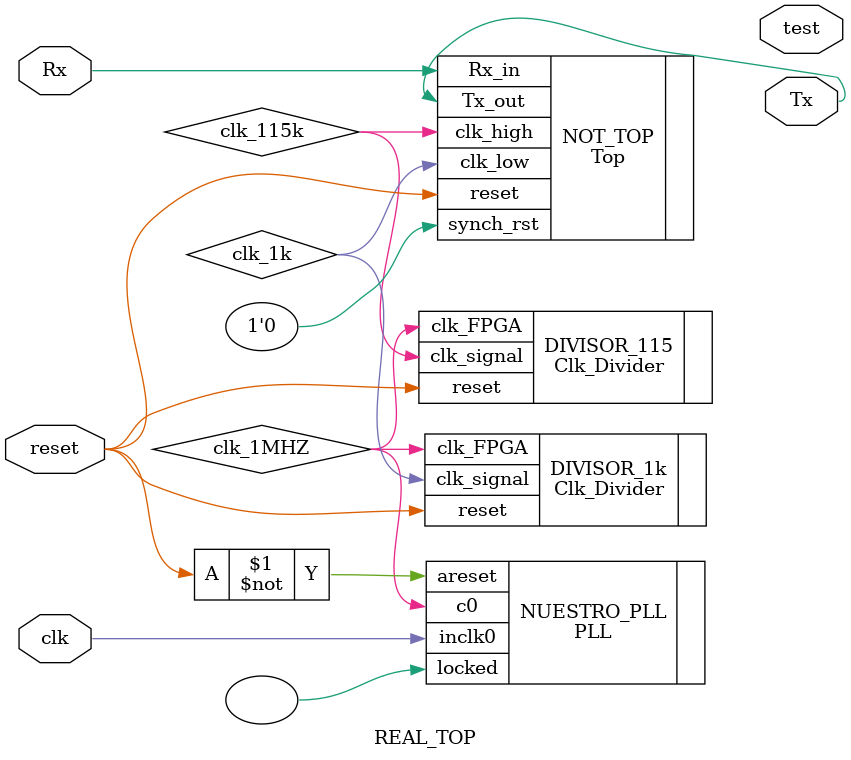
<source format=sv>
module REAL_TOP(
	//Input Ports.
  input clk,
  input reset,
  input Rx,

  //Output Ports.
  output Tx,
  output test

);
bit clk_1MHZ /*synthesis keep*/;
bit clk_115k /*synthesis keep*/;
bit clk_1k /*synthesis keep*/;

//--------------------------------PLL------------------------------------------
PLL NUESTRO_PLL(
	.areset(~reset),
	.inclk0(clk),
	.c0(clk_1MHZ),
	.locked()
	);

Clk_Divider
	#(.Freq_in(1000000), .Freq_out(9600))		DIVISOR_115
	(
	//Input ports
	.clk_FPGA(clk_1MHZ),
	.reset(reset),

	//Output ports
	.clk_signal(clk_115k)

);

Clk_Divider
	#(.Freq_in(1000000), .Freq_out(1000))		DIVISOR_1k
	(
	//Input ports
	.clk_FPGA(clk_1MHZ),
	.reset(reset),

	//Output ports
	.clk_signal(clk_1k)

);


//------------------------------NOT TOP----------------------------------------
 Top NOT_TOP(
 	//Input Ports.
 	.clk_low(clk_1k),
 	.clk_high(clk_115k),
 	.reset(reset),
 	.synch_rst(1'b0),
 	.Rx_in(Rx),

 	//Output Ports.
 	.Tx_out(Tx)

 );

endmodule

</source>
